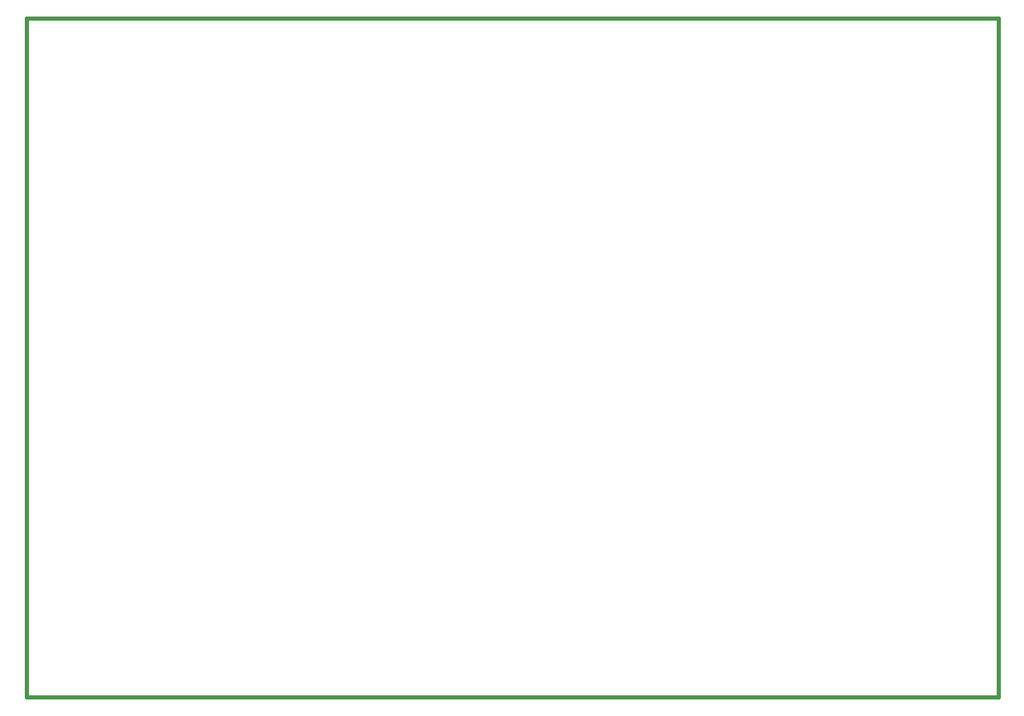
<source format=gm1>
G04 #@! TF.GenerationSoftware,KiCad,Pcbnew,(6.0.1)*
G04 #@! TF.CreationDate,2022-07-25T09:52:12-04:00*
G04 #@! TF.ProjectId,PicoVGA,5069636f-5647-4412-9e6b-696361645f70,2*
G04 #@! TF.SameCoordinates,Original*
G04 #@! TF.FileFunction,Profile,NP*
%FSLAX46Y46*%
G04 Gerber Fmt 4.6, Leading zero omitted, Abs format (unit mm)*
G04 Created by KiCad (PCBNEW (6.0.1)) date 2022-07-25 09:52:12*
%MOMM*%
%LPD*%
G01*
G04 APERTURE LIST*
G04 #@! TA.AperFunction,Profile*
%ADD10C,0.381000*%
G04 #@! TD*
G04 APERTURE END LIST*
D10*
X75406000Y-89406000D02*
X174906000Y-89406000D01*
X174906000Y-89406000D02*
X174906000Y-158906000D01*
X174906000Y-158906000D02*
X75406000Y-158906000D01*
X75406000Y-158906000D02*
X75406000Y-89406000D01*
M02*

</source>
